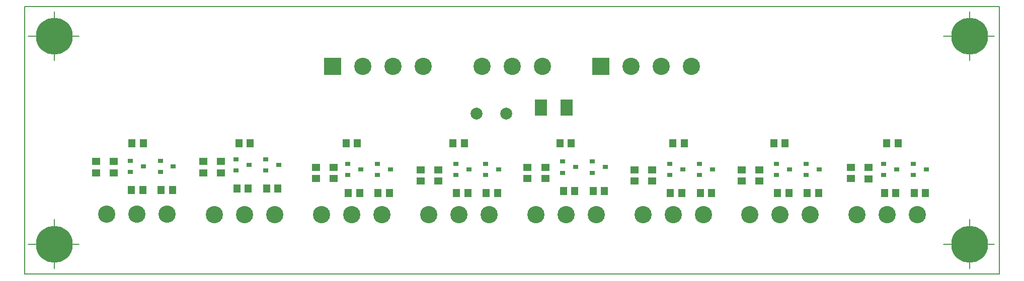
<source format=gts>
%FSLAX25Y25*%
%MOIN*%
G70*
G01*
G75*
G04 Layer_Color=8388736*
%ADD10R,0.02953X0.02362*%
%ADD11R,0.03937X0.04724*%
%ADD12R,0.04724X0.03937*%
%ADD13R,0.07087X0.09843*%
%ADD14C,0.05000*%
%ADD15C,0.01000*%
%ADD16C,0.07000*%
%ADD17C,0.00500*%
%ADD18C,0.00787*%
%ADD19C,0.10630*%
%ADD20C,0.23622*%
%ADD21C,0.07087*%
%ADD22R,0.10630X0.10630*%
%ADD23C,0.02400*%
%ADD24C,0.10000*%
%ADD25C,0.00984*%
%ADD26C,0.03000*%
%ADD27C,0.00394*%
%ADD28R,0.03753X0.03162*%
%ADD29R,0.04737X0.05524*%
%ADD30R,0.05524X0.04737*%
%ADD31R,0.07887X0.10642*%
%ADD32C,0.11430*%
%ADD33C,0.24422*%
%ADD34C,0.07887*%
%ADD35R,0.11430X0.11430*%
D17*
X0Y0D02*
Y177165D01*
X645669D01*
Y0D02*
Y177165D01*
X0Y0D02*
X645669D01*
D18*
X2385Y19685D02*
X36085D01*
X19685Y3785D02*
Y36285D01*
X608684Y19685D02*
X642384D01*
X625984Y3785D02*
Y36285D01*
X608684Y157480D02*
X642384D01*
X625984Y141580D02*
Y174080D01*
X2385Y157480D02*
X36085D01*
X19685Y141580D02*
Y174080D01*
D28*
X70079Y75000D02*
D03*
Y67520D02*
D03*
X78740Y71260D02*
D03*
X89764Y75000D02*
D03*
Y67520D02*
D03*
X98425Y71260D02*
D03*
X139976Y76000D02*
D03*
Y68520D02*
D03*
X148638Y72260D02*
D03*
X159661Y76000D02*
D03*
Y68520D02*
D03*
X168323Y72260D02*
D03*
X213780Y73032D02*
D03*
Y65551D02*
D03*
X222441Y69291D02*
D03*
X233465Y73032D02*
D03*
Y65551D02*
D03*
X242126Y69291D02*
D03*
X285433Y73032D02*
D03*
Y65551D02*
D03*
X294095Y69291D02*
D03*
X305118Y73032D02*
D03*
Y65551D02*
D03*
X313780Y69291D02*
D03*
X356299Y74606D02*
D03*
Y67126D02*
D03*
X364961Y70866D02*
D03*
X375984Y74606D02*
D03*
Y67126D02*
D03*
X384646Y70866D02*
D03*
X427165Y73032D02*
D03*
Y65551D02*
D03*
X435827Y69291D02*
D03*
X446850Y73032D02*
D03*
Y65551D02*
D03*
X455512Y69291D02*
D03*
X498032Y73032D02*
D03*
Y65551D02*
D03*
X506693Y69291D02*
D03*
X517717Y73032D02*
D03*
Y65551D02*
D03*
X526378Y69291D02*
D03*
X568898Y73032D02*
D03*
Y65551D02*
D03*
X577559Y69291D02*
D03*
X588583Y73032D02*
D03*
Y65551D02*
D03*
X597244Y69291D02*
D03*
D29*
X78150Y55512D02*
D03*
X70669D02*
D03*
X148047Y56512D02*
D03*
X140567D02*
D03*
X221850Y53543D02*
D03*
X214370D02*
D03*
X293504Y53543D02*
D03*
X286024D02*
D03*
X364370Y55118D02*
D03*
X356890D02*
D03*
X435236Y53543D02*
D03*
X427756D02*
D03*
X506102Y53543D02*
D03*
X498622D02*
D03*
X576969Y53543D02*
D03*
X569488D02*
D03*
X97835Y55512D02*
D03*
X90354D02*
D03*
X167732Y56512D02*
D03*
X160252D02*
D03*
X241535Y53543D02*
D03*
X234055D02*
D03*
X313189Y53543D02*
D03*
X305709D02*
D03*
X384055Y55118D02*
D03*
X376575D02*
D03*
X454921Y53543D02*
D03*
X447441D02*
D03*
X525787Y53543D02*
D03*
X518307D02*
D03*
X596654Y53543D02*
D03*
X589173D02*
D03*
X78543Y86614D02*
D03*
X71063D02*
D03*
X149409D02*
D03*
X141929D02*
D03*
X220276D02*
D03*
X212795D02*
D03*
X291142D02*
D03*
X283662D02*
D03*
X362008D02*
D03*
X354528D02*
D03*
X436811D02*
D03*
X429331D02*
D03*
X503740D02*
D03*
X496260D02*
D03*
X578543D02*
D03*
X571063D02*
D03*
D30*
X59055Y67126D02*
D03*
Y74606D02*
D03*
X129921Y67126D02*
D03*
Y74606D02*
D03*
X204725Y63189D02*
D03*
Y70669D02*
D03*
X274016Y61614D02*
D03*
Y69095D02*
D03*
X344882Y63189D02*
D03*
Y70669D02*
D03*
X415748Y61614D02*
D03*
Y69095D02*
D03*
X486614Y61614D02*
D03*
Y69095D02*
D03*
X559055Y62992D02*
D03*
Y70473D02*
D03*
X47244Y74606D02*
D03*
Y67126D02*
D03*
X118110Y74606D02*
D03*
Y67126D02*
D03*
X192913Y70669D02*
D03*
Y63189D02*
D03*
X262205Y69095D02*
D03*
Y61614D02*
D03*
X333071Y70669D02*
D03*
Y63189D02*
D03*
X403937Y69095D02*
D03*
Y61614D02*
D03*
X474803Y69095D02*
D03*
Y61614D02*
D03*
X547244Y70669D02*
D03*
Y63189D02*
D03*
D31*
X341929Y110236D02*
D03*
X358858D02*
D03*
D32*
X74410Y39764D02*
D03*
X94410D02*
D03*
X54409D02*
D03*
X145669Y39370D02*
D03*
X165669D02*
D03*
X125669D02*
D03*
X216535D02*
D03*
X236536D02*
D03*
X196536D02*
D03*
X287717D02*
D03*
X307717D02*
D03*
X267717D02*
D03*
X358583D02*
D03*
X378583D02*
D03*
X338583D02*
D03*
X429449D02*
D03*
X449449D02*
D03*
X409449D02*
D03*
X571181D02*
D03*
X591181D02*
D03*
X551181D02*
D03*
X322835Y137795D02*
D03*
X302835D02*
D03*
X342835D02*
D03*
X441575D02*
D03*
X421575D02*
D03*
X401575D02*
D03*
X263779D02*
D03*
X243779D02*
D03*
X223780D02*
D03*
X500315Y39370D02*
D03*
X520315D02*
D03*
X480315D02*
D03*
D33*
X19685Y19685D02*
D03*
X625984D02*
D03*
Y157480D02*
D03*
X19685D02*
D03*
D34*
X318898Y106299D02*
D03*
X299213D02*
D03*
D35*
X381575Y137795D02*
D03*
X203780D02*
D03*
M02*

</source>
